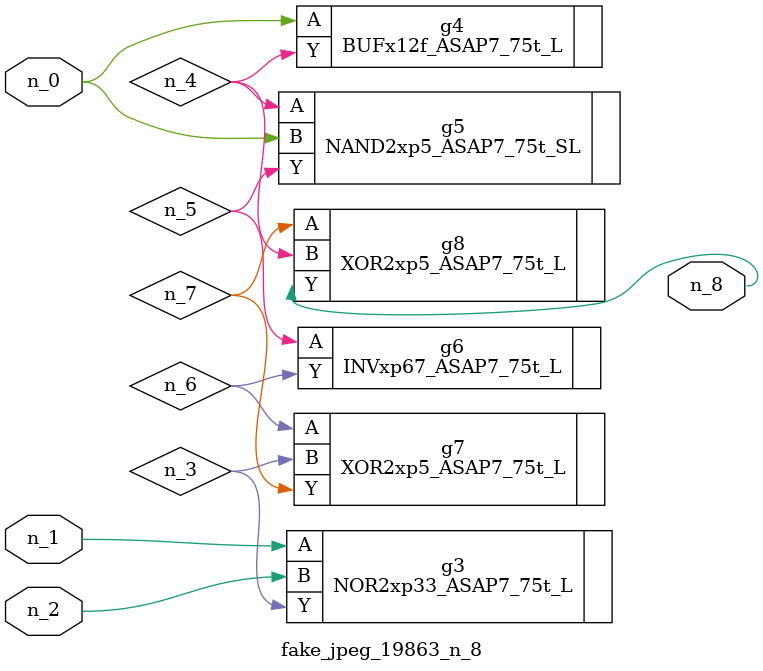
<source format=v>
module fake_jpeg_19863_n_8 (n_0, n_2, n_1, n_8);

input n_0;
input n_2;
input n_1;

output n_8;

wire n_3;
wire n_4;
wire n_6;
wire n_5;
wire n_7;

NOR2xp33_ASAP7_75t_L g3 ( 
.A(n_1),
.B(n_2),
.Y(n_3)
);

BUFx12f_ASAP7_75t_L g4 ( 
.A(n_0),
.Y(n_4)
);

NAND2xp5_ASAP7_75t_SL g5 ( 
.A(n_4),
.B(n_0),
.Y(n_5)
);

INVxp67_ASAP7_75t_L g6 ( 
.A(n_5),
.Y(n_6)
);

XOR2xp5_ASAP7_75t_L g7 ( 
.A(n_6),
.B(n_3),
.Y(n_7)
);

XOR2xp5_ASAP7_75t_L g8 ( 
.A(n_7),
.B(n_4),
.Y(n_8)
);


endmodule
</source>
